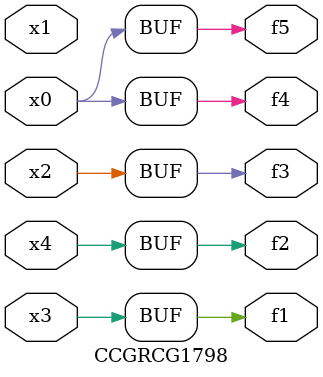
<source format=v>
module CCGRCG1798(
	input x0, x1, x2, x3, x4,
	output f1, f2, f3, f4, f5
);
	assign f1 = x3;
	assign f2 = x4;
	assign f3 = x2;
	assign f4 = x0;
	assign f5 = x0;
endmodule

</source>
